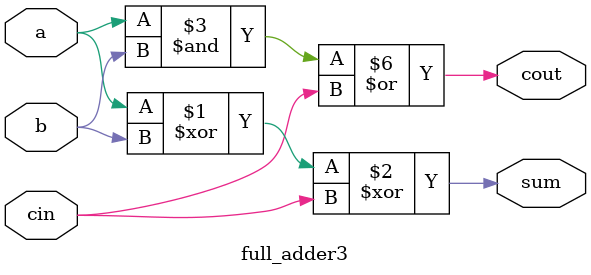
<source format=v>
module full_adder3(a,b,cin,sum,cout);
input a,b,cin;
output sum,cout;
assign sum = a^b^cin;
assign cout = a&b|cin&(1'b1|b); 
// initial begin
//     $display("The incorrect adder with or0 having in1/1");
// end   
endmodule
</source>
